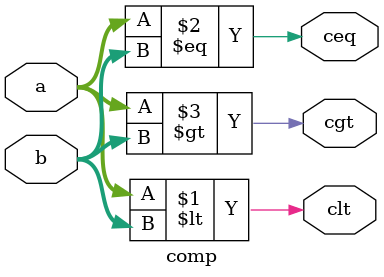
<source format=v>
module comp(a,b,ceq, clt, cgt);
input [3:0]a,b;
output ceq, clt, cgt;
assign clt = (a<b);
assign ceq = (a==b);
assign cgt = (a>b);
endmodule

</source>
